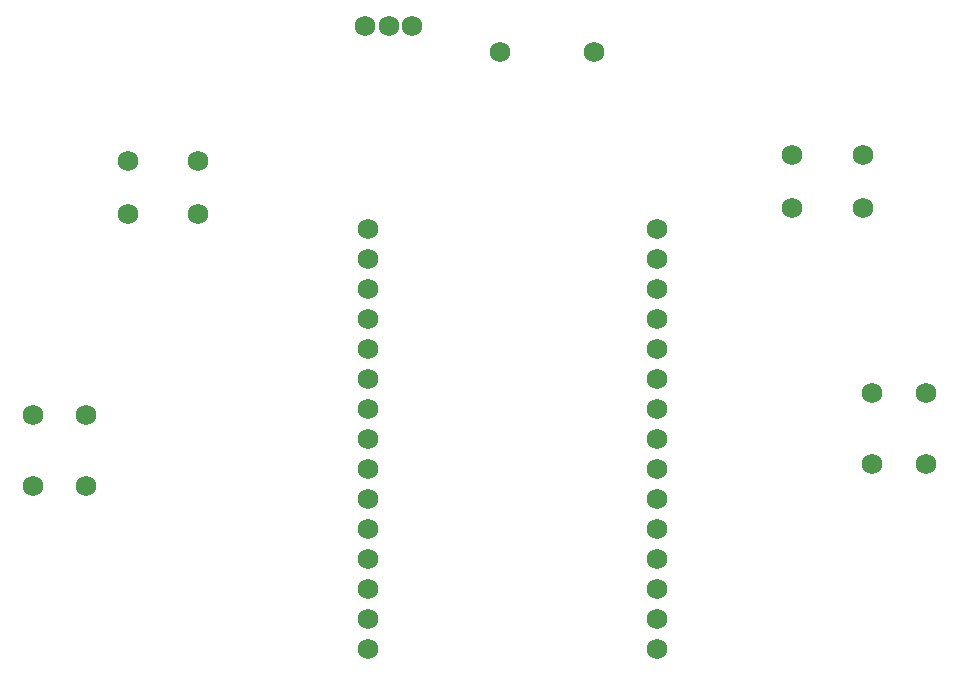
<source format=gbr>
G04*
G04 #@! TF.GenerationSoftware,Altium Limited,Altium Designer,25.3.3 (18)*
G04*
G04 Layer_Color=16711935*
%FSLAX44Y44*%
%MOMM*%
G71*
G04*
G04 #@! TF.SameCoordinates,BFA56DCA-6B84-46F4-87B7-A1C525471511*
G04*
G04*
G04 #@! TF.FilePolarity,Negative*
G04*
G01*
G75*
%ADD11C,1.7272*%
D11*
X642620Y600710D02*
D03*
X687620D02*
D03*
X642620Y540710D02*
D03*
X687620D02*
D03*
X1037590Y908050D02*
D03*
X1117590D02*
D03*
X925940Y758190D02*
D03*
Y427990D02*
D03*
Y453390D02*
D03*
Y478790D02*
D03*
Y504190D02*
D03*
Y529590D02*
D03*
Y554990D02*
D03*
Y580390D02*
D03*
Y605790D02*
D03*
Y631190D02*
D03*
Y656590D02*
D03*
Y681990D02*
D03*
Y707390D02*
D03*
Y732790D02*
D03*
Y402590D02*
D03*
X1170940Y758190D02*
D03*
Y427990D02*
D03*
Y453390D02*
D03*
Y478790D02*
D03*
Y504190D02*
D03*
Y529590D02*
D03*
Y554990D02*
D03*
Y580390D02*
D03*
Y605790D02*
D03*
Y631190D02*
D03*
Y656590D02*
D03*
X1170940Y681990D02*
D03*
X1170940Y707390D02*
D03*
Y732790D02*
D03*
Y402590D02*
D03*
X1353270Y618800D02*
D03*
X1398270D02*
D03*
X1353270Y558800D02*
D03*
X1398270D02*
D03*
X782630Y815340D02*
D03*
Y770340D02*
D03*
X722630Y815340D02*
D03*
Y770340D02*
D03*
X1285240Y775970D02*
D03*
Y820970D02*
D03*
X1345240Y775970D02*
D03*
Y820970D02*
D03*
X963610Y929640D02*
D03*
X943610D02*
D03*
X923610D02*
D03*
M02*

</source>
